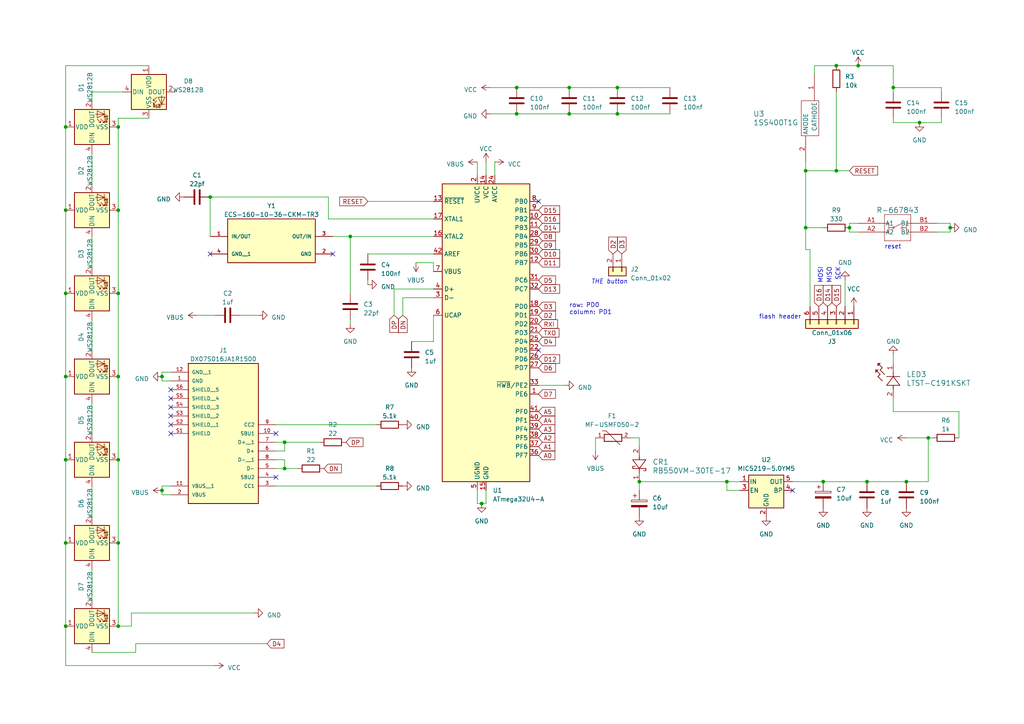
<source format=kicad_sch>
(kicad_sch (version 20230121) (generator eeschema)
  (paper "A4")
  (lib_symbols
    (symbol "2023-12-05_05-19-35:LTST-C191KSKT" (pin_names (offset 0.254))
      (property "Reference" "LED" (at 5.08 -4.445 0))
      (property "Value" "LTST-C191KSKT" (at 5.08 -7.62 0))
      (symbol "LTST-C191KSKT_1_1"
        (polyline (pts (xy 2.54 0) (xy 3.4798 0)) (stroke (width 0.2032)))
        (polyline (pts (xy 3.175 0) (xy 3.81 0)) (stroke (width 0.2032)))
        (polyline (pts (xy 3.81 -1.905) (xy 6.35 0)) (stroke (width 0.2032)))
        (polyline (pts (xy 3.81 1.905) (xy 3.81 -1.905)) (stroke (width 0.2032)))
        (polyline (pts (xy 5.08 3.175) (xy 6.35 4.445)) (stroke (width 0.2032)))
        (polyline (pts (xy 6.35 -1.905) (xy 6.35 1.905)) (stroke (width 0.2032)))
        (polyline (pts (xy 6.35 0) (xy 3.81 1.905)) (stroke (width 0.2032)))
        (polyline (pts (xy 6.35 0) (xy 7.62 0)) (stroke (width 0.2032)))
        (polyline (pts (xy 6.35 4.445) (xy 6.985 3.81)) (stroke (width 0.2032)))
        (polyline (pts (xy 6.985 2.54) (xy 8.255 3.81)) (stroke (width 0.2032)))
        (polyline (pts (xy 6.985 3.81) (xy 8.255 5.08)) (stroke (width 0.2032)))
        (polyline (pts (xy 7.62 5.08) (xy 8.255 4.445)) (stroke (width 0.2032)))
        (polyline (pts (xy 8.255 3.81) (xy 8.89 3.175)) (stroke (width 0.2032)))
        (polyline (pts (xy 8.255 4.445) (xy 8.255 5.08)) (stroke (width 0.2032)))
        (polyline (pts (xy 8.255 5.08) (xy 7.62 5.08)) (stroke (width 0.2032)))
        (polyline (pts (xy 8.89 3.175) (xy 10.16 4.445)) (stroke (width 0.2032)))
        (polyline (pts (xy 9.525 4.445) (xy 10.16 3.81)) (stroke (width 0.2032)))
        (polyline (pts (xy 10.16 3.81) (xy 10.16 4.445)) (stroke (width 0.2032)))
        (polyline (pts (xy 10.16 4.445) (xy 9.525 4.445)) (stroke (width 0.2032)))
        (pin unspecified line (at 10.16 0 180) (length 2.54) (name "") (number "1"))
        (pin unspecified line (at 0 0 0) (length 2.54) (name "") (number "2"))
      )
      (symbol "LTST-C191KSKT_1_2"
        (polyline (pts (xy -5.08 7.62) (xy -4.445 8.255)) (stroke (width 0.2032)))
        (polyline (pts (xy -5.08 8.255) (xy -5.08 7.62)) (stroke (width 0.2032)))
        (polyline (pts (xy -4.445 6.35) (xy -3.81 6.985)) (stroke (width 0.2032)))
        (polyline (pts (xy -4.445 8.255) (xy -5.08 8.255)) (stroke (width 0.2032)))
        (polyline (pts (xy -4.445 9.525) (xy -3.81 10.16)) (stroke (width 0.2032)))
        (polyline (pts (xy -4.445 10.16) (xy -4.445 9.525)) (stroke (width 0.2032)))
        (polyline (pts (xy -3.81 6.985) (xy -5.08 8.255)) (stroke (width 0.2032)))
        (polyline (pts (xy -3.81 8.255) (xy -3.175 8.89)) (stroke (width 0.2032)))
        (polyline (pts (xy -3.81 10.16) (xy -4.445 10.16)) (stroke (width 0.2032)))
        (polyline (pts (xy -3.175 5.08) (xy -4.445 6.35)) (stroke (width 0.2032)))
        (polyline (pts (xy -3.175 8.89) (xy -4.445 10.16)) (stroke (width 0.2032)))
        (polyline (pts (xy -2.54 6.985) (xy -3.81 8.255)) (stroke (width 0.2032)))
        (polyline (pts (xy -1.905 3.81) (xy 1.905 3.81)) (stroke (width 0.2032)))
        (polyline (pts (xy 0 2.54) (xy 0 3.4798)) (stroke (width 0.2032)))
        (polyline (pts (xy 0 3.175) (xy 0 3.81)) (stroke (width 0.2032)))
        (polyline (pts (xy 0 6.35) (xy -1.905 3.81)) (stroke (width 0.2032)))
        (polyline (pts (xy 0 6.35) (xy 0 7.62)) (stroke (width 0.2032)))
        (polyline (pts (xy 1.905 3.81) (xy 0 6.35)) (stroke (width 0.2032)))
        (polyline (pts (xy 1.905 6.35) (xy -1.905 6.35)) (stroke (width 0.2032)))
        (pin unspecified line (at 0 10.16 270) (length 2.54) (name "") (number "1"))
        (pin unspecified line (at 0 0 90) (length 2.54) (name "") (number "2"))
      )
    )
    (symbol "2023-12-05_05-52-42:RB550VM-30TE-17" (pin_names (offset 0.254))
      (property "Reference" "CR" (at 5.08 4.445 0))
      (property "Value" "RB550VM-30TE-17" (at 5.08 -3.81 0))
      (symbol "RB550VM-30TE-17_0_1"
        (polyline (pts (xy 2.54 0) (xy 3.4798 0)) (stroke (width 0.2032)))
        (polyline (pts (xy 3.175 0) (xy 3.81 0)) (stroke (width 0.2032)))
        (polyline (pts (xy 3.81 -1.905) (xy 6.35 0)) (stroke (width 0.2032)))
        (polyline (pts (xy 3.81 1.905) (xy 3.81 -1.905)) (stroke (width 0.2032)))
        (polyline (pts (xy 5.715 -1.905) (xy 5.715 -1.27)) (stroke (width 0.2032)))
        (polyline (pts (xy 6.35 -1.905) (xy 5.715 -1.905)) (stroke (width 0.2032)))
        (polyline (pts (xy 6.35 -1.905) (xy 6.35 1.905)) (stroke (width 0.2032)))
        (polyline (pts (xy 6.35 0) (xy 3.81 1.905)) (stroke (width 0.2032)))
        (polyline (pts (xy 6.35 0) (xy 7.62 0)) (stroke (width 0.2032)))
        (polyline (pts (xy 6.35 1.905) (xy 6.985 1.905)) (stroke (width 0.2032)))
        (polyline (pts (xy 6.985 1.905) (xy 6.985 1.27)) (stroke (width 0.2032)))
        (pin unspecified line (at 10.16 0 180) (length 2.54) (name "") (number "1"))
        (pin unspecified line (at 0 0 0) (length 2.54) (name "") (number "2"))
      )
    )
    (symbol "2023-12-05_06-41-49:R-667843" (pin_names (offset 0.254))
      (property "Reference" "SW" (at 11.43 7.62 0))
      (property "Value" "R-667843" (at 10.16 5.08 0))
      (symbol "R-667843_0_1"
        (polyline (pts (xy 7.62 -5.08) (xy 15.24 -5.08)) (stroke (width 0.127)))
        (polyline (pts (xy 7.62 0) (xy 8.89 0)) (stroke (width 0.127)))
        (polyline (pts (xy 7.62 2.54) (xy 7.62 -5.08)) (stroke (width 0.127)))
        (polyline (pts (xy 8.89 -2.54) (xy 7.62 -2.54)) (stroke (width 0.127)))
        (polyline (pts (xy 8.89 -1.27) (xy 9.906 -1.27)) (stroke (width 0.127)))
        (polyline (pts (xy 8.89 0) (xy 8.89 -2.54)) (stroke (width 0.127)))
        (polyline (pts (xy 10.16 -1.27) (xy 12.7 0)) (stroke (width 0.127)))
        (polyline (pts (xy 13.97 -2.54) (xy 15.24 -2.54)) (stroke (width 0.127)))
        (polyline (pts (xy 13.97 -1.27) (xy 12.954 -1.27)) (stroke (width 0.127)))
        (polyline (pts (xy 13.97 0) (xy 13.97 -2.54)) (stroke (width 0.127)))
        (polyline (pts (xy 15.24 -5.08) (xy 15.24 2.54)) (stroke (width 0.127)))
        (polyline (pts (xy 15.24 0) (xy 13.97 0)) (stroke (width 0.127)))
        (polyline (pts (xy 15.24 2.54) (xy 7.62 2.54)) (stroke (width 0.127)))
        (circle (center 10.16 -1.27) (radius 0.254) (stroke (width 0.127)))
        (circle (center 12.7 -1.27) (radius 0.254) (stroke (width 0.127)))
        (pin unspecified line (at 0 0 0) (length 7.62) (name "A1") (number "A1"))
        (pin unspecified line (at 0 -2.54 0) (length 7.62) (name "A2") (number "A2"))
        (pin unspecified line (at 22.86 0 180) (length 7.62) (name "B1") (number "B1"))
        (pin unspecified line (at 22.86 -2.54 180) (length 7.62) (name "B2") (number "B2"))
      )
    )
    (symbol "2023-12-15_04-45-31:1SS400T1G" (pin_names (offset 0.254))
      (property "Reference" "U?" (at 12.7 7.62 0))
      (property "Value" "1SS400T1G" (at 12.7 5.08 0))
      (symbol "1SS400T1G_0_1"
        (polyline (pts (xy 7.62 -1.27) (xy 17.78 -1.27)) (stroke (width 0.127)))
        (polyline (pts (xy 7.62 3.81) (xy 7.62 -1.27)) (stroke (width 0.127)))
        (polyline (pts (xy 17.78 -1.27) (xy 17.78 3.81)) (stroke (width 0.127)))
        (polyline (pts (xy 17.78 3.81) (xy 7.62 3.81)) (stroke (width 0.127)))
        (pin unspecified line (at 0 2.54 0) (length 7.62) (name "CATHODE") (number "1"))
        (pin unspecified line (at 25.4 0 180) (length 7.62) (name "ANODE") (number "2"))
      )
    )
    (symbol "Connector_Generic:Conn_01x02" (pin_names (offset 1.016) hide)
      (property "Reference" "J" (at 0 2.54 0))
      (property "Value" "Conn_01x02" (at 0 -5.08 0))
      (symbol "Conn_01x02_1_1"
        (rectangle (start -1.27 -2.413) (end 0 -2.667) (stroke (width 0.1524)))
        (rectangle (start -1.27 0.127) (end 0 -0.127) (stroke (width 0.1524)))
        (rectangle (start -1.27 1.27) (end 1.27 -3.81) (stroke (width 0.254)) (fill (type background)))
        (pin passive line (at -5.08 0 0) (length 3.81) (name "Pin_1") (number "1"))
        (pin passive line (at -5.08 -2.54 0) (length 3.81) (name "Pin_2") (number "2"))
      )
    )
    (symbol "Connector_Generic:Conn_01x06" (pin_names (offset 1.016) hide)
      (property "Reference" "J" (at 0 7.62 0))
      (property "Value" "Conn_01x06" (at 0 -10.16 0))
      (symbol "Conn_01x06_1_1"
        (rectangle (start -1.27 -7.493) (end 0 -7.747) (stroke (width 0.1524)))
        (rectangle (start -1.27 -4.953) (end 0 -5.207) (stroke (width 0.1524)))
        (rectangle (start -1.27 -2.413) (end 0 -2.667) (stroke (width 0.1524)))
        (rectangle (start -1.27 0.127) (end 0 -0.127) (stroke (width 0.1524)))
        (rectangle (start -1.27 2.667) (end 0 2.413) (stroke (width 0.1524)))
        (rectangle (start -1.27 5.207) (end 0 4.953) (stroke (width 0.1524)))
        (rectangle (start -1.27 6.35) (end 1.27 -8.89) (stroke (width 0.254)) (fill (type background)))
        (pin passive line (at -5.08 5.08 0) (length 3.81) (name "Pin_1") (number "1"))
        (pin passive line (at -5.08 2.54 0) (length 3.81) (name "Pin_2") (number "2"))
        (pin passive line (at -5.08 0 0) (length 3.81) (name "Pin_3") (number "3"))
        (pin passive line (at -5.08 -2.54 0) (length 3.81) (name "Pin_4") (number "4"))
        (pin passive line (at -5.08 -5.08 0) (length 3.81) (name "Pin_5") (number "5"))
        (pin passive line (at -5.08 -7.62 0) (length 3.81) (name "Pin_6") (number "6"))
      )
    )
    (symbol "DX07S016JA1R1500:DX07S016JA1R1500" (pin_names (offset 1.016))
      (property "Reference" "J" (at -10.16 11.43 0))
      (property "Value" "DX07S016JA1R1500" (at -10.16 -31.75 0))
      (symbol "DX07S016JA1R1500_0_0"
        (rectangle (start -10.16 -30.48) (end 10.16 10.16) (stroke (width 0.254)) (fill (type background)))
        (pin power_in line (at 15.24 -25.4 180) (length 5.08) (name "GND") (number "1"))
        (pin passive line (at -15.24 -10.16 0) (length 5.08) (name "SBU1") (number "10"))
        (pin power_in line (at 15.24 5.08 180) (length 5.08) (name "VBUS__1") (number "11"))
        (pin power_in line (at 15.24 -27.94 180) (length 5.08) (name "GND__1") (number "12"))
        (pin power_in line (at 15.24 7.62 180) (length 5.08) (name "VBUS") (number "2"))
        (pin passive line (at -15.24 5.08 0) (length 5.08) (name "CC1") (number "3"))
        (pin passive line (at -15.24 2.54 0) (length 5.08) (name "SBU2") (number "4"))
        (pin passive line (at -15.24 0 0) (length 5.08) (name "D-") (number "5"))
        (pin passive line (at -15.24 -5.08 0) (length 5.08) (name "D+") (number "6"))
        (pin passive line (at -15.24 -7.62 0) (length 5.08) (name "D+__1") (number "7"))
        (pin passive line (at -15.24 -2.54 0) (length 5.08) (name "D-__1") (number "8"))
        (pin passive line (at -15.24 -12.7 0) (length 5.08) (name "CC2") (number "9"))
        (pin passive line (at 15.24 -10.16 180) (length 5.08) (name "SHIELD") (number "S1"))
        (pin passive line (at 15.24 -12.7 180) (length 5.08) (name "SHIELD__1") (number "S2"))
        (pin passive line (at 15.24 -15.24 180) (length 5.08) (name "SHIELD__2") (number "S3"))
        (pin passive line (at 15.24 -17.78 180) (length 5.08) (name "SHIELD__3") (number "S4"))
        (pin passive line (at 15.24 -20.32 180) (length 5.08) (name "SHIELD__4") (number "S5"))
        (pin passive line (at 15.24 -22.86 180) (length 5.08) (name "SHIELD__5") (number "S6"))
      )
    )
    (symbol "Device:C" (pin_numbers hide) (pin_names (offset 0.254))
      (property "Reference" "C" (at 0.635 2.54 0))
      (property "Value" "C" (at 0.635 -2.54 0))
      (symbol "C_0_1"
        (polyline (pts (xy -2.032 -0.762) (xy 2.032 -0.762)) (stroke (width 0.508)))
        (polyline (pts (xy -2.032 0.762) (xy 2.032 0.762)) (stroke (width 0.508)))
      )
      (symbol "C_1_1"
        (pin passive line (at 0 3.81 270) (length 2.794) (name "~") (number "1"))
        (pin passive line (at 0 -3.81 90) (length 2.794) (name "~") (number "2"))
      )
    )
    (symbol "Device:C_Polarized" (pin_numbers hide) (pin_names (offset 0.254))
      (property "Reference" "C" (at 0.635 2.54 0))
      (property "Value" "C_Polarized" (at 0.635 -2.54 0))
      (symbol "C_Polarized_0_1"
        (rectangle (start -2.286 0.508) (end 2.286 1.016))
        (polyline (pts (xy -1.778 2.286) (xy -0.762 2.286)))
        (polyline (pts (xy -1.27 2.794) (xy -1.27 1.778)))
        (rectangle (start 2.286 -0.508) (end -2.286 -1.016) (fill (type outline)))
      )
      (symbol "C_Polarized_1_1"
        (pin passive line (at 0 3.81 270) (length 2.794) (name "~") (number "1"))
        (pin passive line (at 0 -3.81 90) (length 2.794) (name "~") (number "2"))
      )
    )
    (symbol "Device:R" (pin_numbers hide) (pin_names (offset 0))
      (property "Reference" "R" (at 2.032 0 90))
      (property "Value" "R" (at 0 0 90))
      (symbol "R_0_1"
        (rectangle (start -1.016 -2.54) (end 1.016 2.54) (stroke (width 0.254)))
      )
      (symbol "R_1_1"
        (pin passive line (at 0 3.81 270) (length 1.27) (name "~") (number "1"))
        (pin passive line (at 0 -3.81 90) (length 1.27) (name "~") (number "2"))
      )
    )
    (symbol "ECS-160-10-36-CKM-TR3:ECS-160-10-36-CKM-TR3" (pin_names (offset 1.016))
      (property "Reference" "Y?" (at 0 11.43 0))
      (property "Value" "ECS-160-10-36-CKM-TR3" (at 0 8.89 0))
      (symbol "ECS-160-10-36-CKM-TR3_0_0"
        (rectangle (start -12.7 -5.08) (end 12.7 7.62) (stroke (width 0.254)) (fill (type background)))
        (pin bidirectional line (at -17.78 2.54 0) (length 5.08) (name "IN/OUT") (number "1"))
        (pin power_in line (at 17.78 -2.54 180) (length 5.08) (name "GND") (number "2"))
        (pin bidirectional line (at 17.78 2.54 180) (length 5.08) (name "OUT/IN") (number "3"))
        (pin power_in line (at -17.78 -2.54 0) (length 5.08) (name "GND__1") (number "4"))
      )
    )
    (symbol "LED:WS2812B" (pin_names (offset 0.254))
      (property "Reference" "D" (at 5.08 5.715 0))
      (property "Value" "WS2812B" (at 1.27 -5.715 0))
      (symbol "WS2812B_0_0"
        (text "RGB" (at 2.286 -4.191 0) (effects (font (size 0.762 0.762))))
      )
      (symbol "WS2812B_0_1"
        (polyline (pts (xy 1.27 -3.556) (xy 1.778 -3.556)))
        (polyline (pts (xy 1.27 -2.54) (xy 1.778 -2.54)))
        (polyline (pts (xy 4.699 -3.556) (xy 2.667 -3.556)))
        (polyline (pts (xy 2.286 -2.54) (xy 1.27 -3.556) (xy 1.27 -3.048)))
        (polyline (pts (xy 2.286 -1.524) (xy 1.27 -2.54) (xy 1.27 -2.032)))
        (polyline (pts (xy 3.683 -1.016) (xy 3.683 -3.556) (xy 3.683 -4.064)))
        (polyline (pts (xy 4.699 -1.524) (xy 2.667 -1.524) (xy 3.683 -3.556) (xy 4.699 -1.524)))
        (rectangle (start 5.08 5.08) (end -5.08 -5.08) (stroke (width 0.254)) (fill (type background)))
      )
      (symbol "WS2812B_1_1"
        (pin power_in line (at 0 7.62 270) (length 2.54) (name "VDD") (number "1"))
        (pin output line (at 7.62 0 180) (length 2.54) (name "DOUT") (number "2"))
        (pin power_in line (at 0 -7.62 90) (length 2.54) (name "VSS") (number "3"))
        (pin input line (at -7.62 0 0) (length 2.54) (name "DIN") (number "4"))
      )
    )
    (symbol "MCU_Microchip_ATmega:ATmega32U4-A"
      (property "Reference" "U" (at -12.7 44.45 0))
      (property "Value" "ATmega32U4-A" (at 2.54 -44.45 0))
      (symbol "ATmega32U4-A_0_1"
        (rectangle (start -12.7 -43.18) (end 12.7 43.18) (stroke (width 0.254)) (fill (type background)))
      )
      (symbol "ATmega32U4-A_1_1"
        (pin bidirectional line (at 15.24 -17.78 180) (length 2.54) (name "PE6") (number "1"))
        (pin bidirectional line (at 15.24 33.02 180) (length 2.54) (name "PB2") (number "10"))
        (pin bidirectional line (at 15.24 30.48 180) (length 2.54) (name "PB3") (number "11"))
        (pin bidirectional line (at 15.24 20.32 180) (length 2.54) (name "PB7") (number "12"))
        (pin input line (at -15.24 38.1 0) (length 2.54) (name "~{RESET}") (number "13"))
        (pin power_in line (at 0 45.72 270) (length 2.54) (name "VCC") (number "14"))
        (pin power_in line (at 0 -45.72 90) (length 2.54) (name "GND") (number "15"))
        (pin output line (at -15.24 27.94 0) (length 2.54) (name "XTAL2") (number "16"))
        (pin input line (at -15.24 33.02 0) (length 2.54) (name "XTAL1") (number "17"))
        (pin bidirectional line (at 15.24 7.62 180) (length 2.54) (name "PD0") (number "18"))
        (pin bidirectional line (at 15.24 5.08 180) (length 2.54) (name "PD1") (number "19"))
        (pin power_in line (at -2.54 45.72 270) (length 2.54) (name "UVCC") (number "2"))
        (pin bidirectional line (at 15.24 2.54 180) (length 2.54) (name "PD2") (number "20"))
        (pin bidirectional line (at 15.24 0 180) (length 2.54) (name "PD3") (number "21"))
        (pin bidirectional line (at 15.24 -5.08 180) (length 2.54) (name "PD5") (number "22"))
        (pin passive line (at 0 -45.72 90) (length 2.54) hide (name "GND") (number "23"))
        (pin power_in line (at 2.54 45.72 270) (length 2.54) (name "AVCC") (number "24"))
        (pin bidirectional line (at 15.24 -2.54 180) (length 2.54) (name "PD4") (number "25"))
        (pin bidirectional line (at 15.24 -7.62 180) (length 2.54) (name "PD6") (number "26"))
        (pin bidirectional line (at 15.24 -10.16 180) (length 2.54) (name "PD7") (number "27"))
        (pin bidirectional line (at 15.24 27.94 180) (length 2.54) (name "PB4") (number "28"))
        (pin bidirectional line (at 15.24 25.4 180) (length 2.54) (name "PB5") (number "29"))
        (pin bidirectional line (at -15.24 10.16 0) (length 2.54) (name "D-") (number "3"))
        (pin bidirectional line (at 15.24 22.86 180) (length 2.54) (name "PB6") (number "30"))
        (pin bidirectional line (at 15.24 15.24 180) (length 2.54) (name "PC6") (number "31"))
        (pin bidirectional line (at 15.24 12.7 180) (length 2.54) (name "PC7") (number "32"))
        (pin bidirectional line (at 15.24 -15.24 180) (length 2.54) (name "~{HWB}/PE2") (number "33"))
        (pin passive line (at 0 45.72 270) (length 2.54) hide (name "VCC") (number "34"))
        (pin passive line (at 0 -45.72 90) (length 2.54) hide (name "GND") (number "35"))
        (pin bidirectional line (at 15.24 -35.56 180) (length 2.54) (name "PF7") (number "36"))
        (pin bidirectional line (at 15.24 -33.02 180) (length 2.54) (name "PF6") (number "37"))
        (pin bidirectional line (at 15.24 -30.48 180) (length 2.54) (name "PF5") (number "38"))
        (pin bidirectional line (at 15.24 -27.94 180) (length 2.54) (name "PF4") (number "39"))
        (pin bidirectional line (at -15.24 12.7 0) (length 2.54) (name "D+") (number "4"))
        (pin bidirectional line (at 15.24 -25.4 180) (length 2.54) (name "PF1") (number "40"))
        (pin bidirectional line (at 15.24 -22.86 180) (length 2.54) (name "PF0") (number "41"))
        (pin passive line (at -15.24 22.86 0) (length 2.54) (name "AREF") (number "42"))
        (pin passive line (at 0 -45.72 90) (length 2.54) hide (name "GND") (number "43"))
        (pin passive line (at 2.54 45.72 270) (length 2.54) hide (name "AVCC") (number "44"))
        (pin passive line (at -2.54 -45.72 90) (length 2.54) (name "UGND") (number "5"))
        (pin passive line (at -15.24 5.08 0) (length 2.54) (name "UCAP") (number "6"))
        (pin input line (at -15.24 17.78 0) (length 2.54) (name "VBUS") (number "7"))
        (pin bidirectional line (at 15.24 38.1 180) (length 2.54) (name "PB0") (number "8"))
        (pin bidirectional line (at 15.24 35.56 180) (length 2.54) (name "PB1") (number "9"))
      )
    )
    (symbol "MF-USMF050-2:MF-USMF050-2" (pin_names (offset 1.016))
      (property "Reference" "F" (at -2.54 2.54 0))
      (property "Value" "MF-USMF050-2" (at -2.54 -5.08 0))
      (symbol "MF-USMF050-2_0_0"
        (polyline (pts (xy -2.54 -1.016) (xy -2.54 1.016)) (stroke (width 0.254)))
        (polyline (pts (xy -2.54 1.016) (xy 2.54 1.016)) (stroke (width 0.254)))
        (polyline (pts (xy 2.032 -2.032) (xy -2.032 2.032)) (stroke (width 0.1524)))
        (polyline (pts (xy 2.54 -1.016) (xy -2.54 -1.016)) (stroke (width 0.254)))
        (polyline (pts (xy 2.54 1.016) (xy 2.54 -1.016)) (stroke (width 0.254)))
        (polyline (pts (xy 3.1496 -2.032) (xy 2.032 -2.032)) (stroke (width 0.1524)))
        (pin passive line (at 5.08 0 180) (length 2.54) (name "~") (number "1"))
        (pin passive line (at -5.08 0 0) (length 2.54) (name "~") (number "2"))
      )
    )
    (symbol "Regulator_Linear:MIC5219-5.0YM5" (pin_names (offset 0.254))
      (property "Reference" "U" (at -3.81 5.715 0))
      (property "Value" "MIC5219-5.0YM5" (at 0 5.715 0))
      (symbol "MIC5219-5.0YM5_0_1"
        (rectangle (start -5.08 4.445) (end 5.08 -5.08) (stroke (width 0.254)) (fill (type background)))
      )
      (symbol "MIC5219-5.0YM5_1_1"
        (pin power_in line (at -7.62 2.54 0) (length 2.54) (name "IN") (number "1"))
        (pin power_in line (at 0 -7.62 90) (length 2.54) (name "GND") (number "2"))
        (pin input line (at -7.62 0 0) (length 2.54) (name "EN") (number "3"))
        (pin input line (at 7.62 0 180) (length 2.54) (name "BP") (number "4"))
        (pin power_out line (at 7.62 2.54 180) (length 2.54) (name "OUT") (number "5"))
      )
    )
    (symbol "power:GND" (power) (pin_names (offset 0))
      (property "Value" "GND" (at 0 -3.81 0))
      (symbol "GND_0_1"
        (polyline (pts (xy 0 0) (xy 0 -1.27) (xy 1.27 -1.27) (xy 0 -2.54) (xy -1.27 -1.27) (xy 0 -1.27)))
      )
      (symbol "GND_1_1"
        (pin power_in line (at 0 0 270) (length 0) hide (name "GND") (number "1"))
      )
    )
    (symbol "power:VBUS" (power) (pin_names (offset 0))
      (property "Value" "VBUS" (at 0 3.81 0))
      (symbol "VBUS_0_1"
        (polyline (pts (xy -0.762 1.27) (xy 0 2.54)))
        (polyline (pts (xy 0 0) (xy 0 2.54)))
        (polyline (pts (xy 0 2.54) (xy 0.762 1.27)))
      )
      (symbol "VBUS_1_1"
        (pin power_in line (at 0 0 90) (length 0) hide (name "VBUS") (number "1"))
      )
    )
    (symbol "power:VCC" (power) (pin_names (offset 0))
      (property "Value" "VCC" (at 0 3.81 0))
      (symbol "VCC_0_1"
        (polyline (pts (xy -0.762 1.27) (xy 0 2.54)))
        (polyline (pts (xy 0 0) (xy 0 2.54)))
        (polyline (pts (xy 0 2.54) (xy 0.762 1.27)))
      )
      (symbol "VCC_1_1"
        (pin power_in line (at 0 0 90) (length 0) hide (name "VCC") (number "1"))
      )
    )
  )
  (junction (at 266.7 35.56))
  (junction (at 185.42 139.7))
  (junction (at 19.05 181.61))
  (junction (at 248.92 19.05))
  (junction (at 262.89 139.7))
  (junction (at 246.38 66.04))
  (junction (at 19.05 60.96))
  (junction (at 275.59 66.04))
  (junction (at 179.07 33.02))
  (junction (at 46.99 109.22))
  (junction (at 233.68 66.04))
  (junction (at 210.82 139.7))
  (junction (at 34.29 181.61))
  (junction (at 19.05 157.48))
  (junction (at 34.29 85.09))
  (junction (at 34.29 60.96))
  (junction (at 259.08 25.4))
  (junction (at 101.6 68.58))
  (junction (at 269.24 127))
  (junction (at 60.96 57.15))
  (junction (at 46.99 142.24))
  (junction (at 139.7 146.05))
  (junction (at 34.29 133.35))
  (junction (at 19.05 109.22))
  (junction (at 82.55 128.27))
  (junction (at 179.07 25.4))
  (junction (at 19.05 85.09))
  (junction (at 34.29 109.22))
  (junction (at 149.86 33.02))
  (junction (at 233.68 49.53))
  (junction (at 19.05 36.83))
  (junction (at 242.57 49.53))
  (junction (at 165.1 25.4))
  (junction (at 165.1 33.02))
  (junction (at 238.76 139.7))
  (junction (at 242.57 19.05))
  (junction (at 19.05 133.35))
  (junction (at 149.86 25.4))
  (junction (at 251.46 139.7))
  (junction (at 34.29 157.48))
  (junction (at 34.29 36.83))
  (junction (at 82.55 135.89))
  (no_connect (at 49.53 120.65))
  (no_connect (at 156.21 101.6))
  (no_connect (at 80.01 138.43))
  (no_connect (at 229.87 142.24))
  (no_connect (at 49.53 115.57))
  (no_connect (at 49.53 125.73))
  (no_connect (at 80.01 125.73))
  (no_connect (at 156.21 58.42))
  (no_connect (at 49.53 118.11))
  (no_connect (at 49.53 113.03))
  (no_connect (at 49.53 123.19))
  (no_connect (at 96.52 73.66))
  (no_connect (at 60.96 73.66))
  (wire (pts (xy 259.08 102.87) (xy 259.08 105.41)))
  (wire (pts (xy 116.84 91.44) (xy 116.84 86.36)))
  (wire (pts (xy 259.08 119.38) (xy 278.13 119.38)))
  (wire (pts (xy 101.6 85.09) (xy 101.6 68.58)))
  (wire (pts (xy 210.82 142.24) (xy 214.63 142.24)))
  (wire (pts (xy 35.56 26.67) (xy 26.67 26.67)))
  (wire (pts (xy 234.95 88.9) (xy 234.95 72.39)))
  (wire (pts (xy 179.07 33.02) (xy 194.31 33.02)))
  (wire (pts (xy 19.05 193.04) (xy 62.23 193.04)))
  (wire (pts (xy 149.86 25.4) (xy 165.1 25.4)))
  (wire (pts (xy 185.42 139.7) (xy 185.42 142.24)))
  (wire (pts (xy 165.1 33.02) (xy 179.07 33.02)))
  (wire (pts (xy 80.01 140.97) (xy 109.22 140.97)))
  (wire (pts (xy 185.42 127) (xy 182.88 127)))
  (wire (pts (xy 236.22 21.59) (xy 236.22 19.05)))
  (wire (pts (xy 38.1 181.61) (xy 34.29 181.61)))
  (wire (pts (xy 138.43 46.99) (xy 138.43 50.8)))
  (wire (pts (xy 46.99 107.95) (xy 46.99 109.22)))
  (wire (pts (xy 248.92 67.31) (xy 246.38 67.31)))
  (wire (pts (xy 34.29 36.83) (xy 34.29 60.96)))
  (wire (pts (xy 278.13 119.38) (xy 278.13 127)))
  (wire (pts (xy 19.05 109.22) (xy 19.05 133.35)))
  (wire (pts (xy 34.29 157.48) (xy 34.29 181.61)))
  (wire (pts (xy 49.53 140.97) (xy 46.99 140.97)))
  (wire (pts (xy 259.08 19.05) (xy 259.08 25.4)))
  (wire (pts (xy 259.08 34.29) (xy 259.08 35.56)))
  (wire (pts (xy 242.57 49.53) (xy 246.38 49.53)))
  (wire (pts (xy 26.67 116.84) (xy 26.67 125.73)))
  (wire (pts (xy 140.97 146.05) (xy 139.7 146.05)))
  (wire (pts (xy 26.67 165.1) (xy 26.67 173.99)))
  (wire (pts (xy 238.76 139.7) (xy 251.46 139.7)))
  (wire (pts (xy 233.68 49.53) (xy 242.57 49.53)))
  (wire (pts (xy 262.89 127) (xy 269.24 127)))
  (wire (pts (xy 242.57 19.05) (xy 248.92 19.05)))
  (wire (pts (xy 120.65 76.2) (xy 125.73 76.2)))
  (wire (pts (xy 262.89 139.7) (xy 269.24 139.7)))
  (wire (pts (xy 246.38 67.31) (xy 246.38 66.04)))
  (wire (pts (xy 34.29 34.29) (xy 34.29 36.83)))
  (wire (pts (xy 234.95 72.39) (xy 233.68 72.39)))
  (wire (pts (xy 80.01 135.89) (xy 82.55 135.89)))
  (wire (pts (xy 140.97 46.99) (xy 140.97 50.8)))
  (wire (pts (xy 19.05 60.96) (xy 19.05 85.09)))
  (wire (pts (xy 26.67 140.97) (xy 26.67 149.86)))
  (wire (pts (xy 43.18 34.29) (xy 34.29 34.29)))
  (wire (pts (xy 82.55 135.89) (xy 82.55 133.35)))
  (wire (pts (xy 80.01 130.81) (xy 82.55 130.81)))
  (wire (pts (xy 38.1 177.8) (xy 73.66 177.8)))
  (wire (pts (xy 46.99 110.49) (xy 46.99 109.22)))
  (wire (pts (xy 43.18 19.05) (xy 19.05 19.05)))
  (wire (pts (xy 269.24 127) (xy 270.51 127)))
  (wire (pts (xy 46.99 143.51) (xy 46.99 142.24)))
  (wire (pts (xy 34.29 85.09) (xy 34.29 109.22)))
  (wire (pts (xy 34.29 109.22) (xy 34.29 133.35)))
  (wire (pts (xy 95.25 63.5) (xy 95.25 57.15)))
  (wire (pts (xy 179.07 25.4) (xy 194.31 25.4)))
  (wire (pts (xy 165.1 25.4) (xy 179.07 25.4)))
  (wire (pts (xy 273.05 26.67) (xy 273.05 25.4)))
  (wire (pts (xy 259.08 25.4) (xy 259.08 26.67)))
  (wire (pts (xy 46.99 140.97) (xy 46.99 142.24)))
  (wire (pts (xy 248.92 64.77) (xy 246.38 64.77)))
  (wire (pts (xy 39.37 189.23) (xy 26.67 189.23)))
  (wire (pts (xy 185.42 129.54) (xy 185.42 127)))
  (wire (pts (xy 26.67 44.45) (xy 26.67 53.34)))
  (wire (pts (xy 142.24 25.4) (xy 149.86 25.4)))
  (wire (pts (xy 246.38 64.77) (xy 246.38 66.04)))
  (wire (pts (xy 49.53 110.49) (xy 46.99 110.49)))
  (wire (pts (xy 251.46 139.7) (xy 262.89 139.7)))
  (wire (pts (xy 275.59 67.31) (xy 275.59 66.04)))
  (wire (pts (xy 271.78 67.31) (xy 275.59 67.31)))
  (wire (pts (xy 34.29 60.96) (xy 34.29 85.09)))
  (wire (pts (xy 49.53 107.95) (xy 46.99 107.95)))
  (wire (pts (xy 38.1 177.8) (xy 38.1 181.61)))
  (wire (pts (xy 57.15 91.44) (xy 62.23 91.44)))
  (wire (pts (xy 119.38 99.06) (xy 125.73 99.06)))
  (wire (pts (xy 125.73 78.74) (xy 125.73 76.2)))
  (wire (pts (xy 82.55 130.81) (xy 82.55 128.27)))
  (wire (pts (xy 138.43 146.05) (xy 139.7 146.05)))
  (wire (pts (xy 138.43 142.24) (xy 138.43 146.05)))
  (wire (pts (xy 210.82 139.7) (xy 214.63 139.7)))
  (wire (pts (xy 69.85 91.44) (xy 74.93 91.44)))
  (wire (pts (xy 82.55 128.27) (xy 92.71 128.27)))
  (wire (pts (xy 149.86 33.02) (xy 165.1 33.02)))
  (wire (pts (xy 273.05 34.29) (xy 273.05 35.56)))
  (wire (pts (xy 259.08 115.57) (xy 259.08 119.38)))
  (wire (pts (xy 143.51 46.99) (xy 143.51 50.8)))
  (wire (pts (xy 19.05 36.83) (xy 19.05 60.96)))
  (wire (pts (xy 19.05 85.09) (xy 19.05 109.22)))
  (wire (pts (xy 39.37 186.69) (xy 39.37 189.23)))
  (wire (pts (xy 114.3 83.82) (xy 125.73 83.82)))
  (wire (pts (xy 233.68 49.53) (xy 233.68 66.04)))
  (wire (pts (xy 77.47 186.69) (xy 39.37 186.69)))
  (wire (pts (xy 236.22 19.05) (xy 242.57 19.05)))
  (wire (pts (xy 106.68 82.55) (xy 106.68 81.28)))
  (wire (pts (xy 233.68 46.99) (xy 233.68 49.53)))
  (wire (pts (xy 172.72 130.81) (xy 172.72 127)))
  (wire (pts (xy 248.92 19.05) (xy 259.08 19.05)))
  (wire (pts (xy 96.52 68.58) (xy 101.6 68.58)))
  (wire (pts (xy 19.05 157.48) (xy 19.05 181.61)))
  (wire (pts (xy 210.82 139.7) (xy 210.82 142.24)))
  (wire (pts (xy 142.24 33.02) (xy 149.86 33.02)))
  (wire (pts (xy 116.84 86.36) (xy 125.73 86.36)))
  (wire (pts (xy 269.24 127) (xy 269.24 139.7)))
  (wire (pts (xy 125.73 63.5) (xy 95.25 63.5)))
  (wire (pts (xy 26.67 26.67) (xy 26.67 29.21)))
  (wire (pts (xy 245.11 88.9) (xy 245.11 81.28)))
  (wire (pts (xy 156.21 111.76) (xy 163.83 111.76)))
  (wire (pts (xy 101.6 68.58) (xy 125.73 68.58)))
  (wire (pts (xy 259.08 35.56) (xy 266.7 35.56)))
  (wire (pts (xy 80.01 123.19) (xy 109.22 123.19)))
  (wire (pts (xy 101.6 93.98) (xy 101.6 92.71)))
  (wire (pts (xy 95.25 57.15) (xy 60.96 57.15)))
  (wire (pts (xy 60.96 57.15) (xy 60.96 68.58)))
  (wire (pts (xy 273.05 35.56) (xy 266.7 35.56)))
  (wire (pts (xy 19.05 181.61) (xy 19.05 193.04)))
  (wire (pts (xy 82.55 135.89) (xy 86.36 135.89)))
  (wire (pts (xy 80.01 133.35) (xy 82.55 133.35)))
  (wire (pts (xy 34.29 133.35) (xy 34.29 157.48)))
  (wire (pts (xy 229.87 139.7) (xy 238.76 139.7)))
  (wire (pts (xy 275.59 64.77) (xy 275.59 66.04)))
  (wire (pts (xy 106.68 58.42) (xy 125.73 58.42)))
  (wire (pts (xy 140.97 142.24) (xy 140.97 146.05)))
  (wire (pts (xy 273.05 25.4) (xy 259.08 25.4)))
  (wire (pts (xy 26.67 92.71) (xy 26.67 101.6)))
  (wire (pts (xy 114.3 91.44) (xy 114.3 83.82)))
  (wire (pts (xy 238.76 66.04) (xy 233.68 66.04)))
  (wire (pts (xy 271.78 64.77) (xy 275.59 64.77)))
  (wire (pts (xy 26.67 68.58) (xy 26.67 77.47)))
  (wire (pts (xy 49.53 143.51) (xy 46.99 143.51)))
  (wire (pts (xy 106.68 73.66) (xy 125.73 73.66)))
  (wire (pts (xy 80.01 128.27) (xy 82.55 128.27)))
  (wire (pts (xy 125.73 99.06) (xy 125.73 91.44)))
  (wire (pts (xy 185.42 139.7) (xy 210.82 139.7)))
  (wire (pts (xy 233.68 72.39) (xy 233.68 66.04)))
  (wire (pts (xy 19.05 133.35) (xy 19.05 157.48)))
  (wire (pts (xy 19.05 19.05) (xy 19.05 36.83)))
  (wire (pts (xy 242.57 26.67) (xy 242.57 49.53)))
  (text "MOSI" (at 238.76 77.47 90) (effects (font (size 1.27 1.27)) (justify right bottom)))
  (text "THE button" (at 171.45 82.55 0) (effects (font (size 1.27 1.27) italic) (justify left bottom)))
  (text "MISO" (at 241.3 77.47 90) (effects (font (size 1.27 1.27)) (justify right bottom)))
  (text "flash header" (at 232.41 92.71 0) (effects (font (size 1.27 1.27)) (justify right bottom)))
  (text "reset" (at 256.54 72.39 0) (effects (font (size 1.27 1.27)) (justify left bottom)))
  (text "SCK" (at 243.84 77.47 90) (effects (font (size 1.27 1.27)) (justify right bottom)))
  (text "row: PD0\ncolumn: PD1" (at 165.1 91.44 0) (effects (font (size 1.27 1.27)) (justify left bottom)))
  (global_label "TXO" (shape input) (at 156.21 96.52 0) (property "Intersheetrefs" "${INTERSHEET_REFS}" (effects hide)))
  (global_label "D3" (shape input) (at 180.34 73.66 90) (property "Intersheetrefs" "${INTERSHEET_REFS}" (effects hide)))
  (global_label "DN" (shape input) (at 116.84 91.44 270) (property "Intersheetrefs" "${INTERSHEET_REFS}" (effects hide)))
  (global_label "A1" (shape input) (at 156.21 129.54 0) (property "Intersheetrefs" "${INTERSHEET_REFS}" (effects hide)))
  (global_label "D5" (shape input) (at 156.21 81.28 0) (property "Intersheetrefs" "${INTERSHEET_REFS}" (effects hide)))
  (global_label "A2" (shape input) (at 156.21 127 0) (property "Intersheetrefs" "${INTERSHEET_REFS}" (effects hide)))
  (global_label "D14" (shape input) (at 240.03 88.9 90) (property "Intersheetrefs" "${INTERSHEET_REFS}" (effects hide)))
  (global_label "D10" (shape input) (at 156.21 73.66 0) (property "Intersheetrefs" "${INTERSHEET_REFS}" (effects hide)))
  (global_label "D12" (shape input) (at 156.21 104.14 0) (property "Intersheetrefs" "${INTERSHEET_REFS}" (effects hide)))
  (global_label "A0" (shape input) (at 156.21 132.08 0) (property "Intersheetrefs" "${INTERSHEET_REFS}" (effects hide)))
  (global_label "D15" (shape input) (at 156.21 60.96 0) (property "Intersheetrefs" "${INTERSHEET_REFS}" (effects hide)))
  (global_label "D9" (shape input) (at 156.21 71.12 0) (property "Intersheetrefs" "${INTERSHEET_REFS}" (effects hide)))
  (global_label "D13" (shape input) (at 156.21 83.82 0) (property "Intersheetrefs" "${INTERSHEET_REFS}" (effects hide)))
  (global_label "D14" (shape input) (at 156.21 66.04 0) (property "Intersheetrefs" "${INTERSHEET_REFS}" (effects hide)))
  (global_label "D8" (shape input) (at 156.21 68.58 0) (property "Intersheetrefs" "${INTERSHEET_REFS}" (effects hide)))
  (global_label "D7" (shape input) (at 156.21 114.3 0) (property "Intersheetrefs" "${INTERSHEET_REFS}" (effects hide)))
  (global_label "A4" (shape input) (at 156.21 121.92 0) (property "Intersheetrefs" "${INTERSHEET_REFS}" (effects hide)))
  (global_label "A5" (shape input) (at 156.21 119.38 0) (property "Intersheetrefs" "${INTERSHEET_REFS}" (effects hide)))
  (global_label "A3" (shape input) (at 156.21 124.46 0) (property "Intersheetrefs" "${INTERSHEET_REFS}" (effects hide)))
  (global_label "D3" (shape input) (at 156.21 88.9 0) (property "Intersheetrefs" "${INTERSHEET_REFS}" (effects hide)))
  (global_label "D16" (shape input) (at 237.49 88.9 90) (property "Intersheetrefs" "${INTERSHEET_REFS}" (effects hide)))
  (global_label "D4" (shape input) (at 77.47 186.69 0) (property "Intersheetrefs" "${INTERSHEET_REFS}" (effects hide)))
  (global_label "RESET" (shape input) (at 246.38 49.53 0) (property "Intersheetrefs" "${INTERSHEET_REFS}" (effects hide)))
  (global_label "D16" (shape input) (at 156.21 63.5 0) (property "Intersheetrefs" "${INTERSHEET_REFS}" (effects hide)))
  (global_label "DP" (shape input) (at 114.3 91.44 270) (property "Intersheetrefs" "${INTERSHEET_REFS}" (effects hide)))
  (global_label "DN" (shape input) (at 93.98 135.89 0) (property "Intersheetrefs" "${INTERSHEET_REFS}" (effects hide)))
  (global_label "D2" (shape input) (at 177.8 73.66 90) (property "Intersheetrefs" "${INTERSHEET_REFS}" (effects hide)))
  (global_label "D11" (shape input) (at 156.21 76.2 0) (property "Intersheetrefs" "${INTERSHEET_REFS}" (effects hide)))
  (global_label "D2" (shape input) (at 156.21 91.44 0) (property "Intersheetrefs" "${INTERSHEET_REFS}" (effects hide)))
  (global_label "D15" (shape input) (at 242.57 88.9 90) (property "Intersheetrefs" "${INTERSHEET_REFS}" (effects hide)))
  (global_label "DP" (shape input) (at 100.33 128.27 0) (property "Intersheetrefs" "${INTERSHEET_REFS}" (effects hide)))
  (global_label "D6" (shape input) (at 156.21 106.68 0) (property "Intersheetrefs" "${INTERSHEET_REFS}" (effects hide)))
  (global_label "RESET" (shape input) (at 106.68 58.42 180) (property "Intersheetrefs" "${INTERSHEET_REFS}" (effects hide)))
  (global_label "RXI" (shape input) (at 156.21 93.98 0) (property "Intersheetrefs" "${INTERSHEET_REFS}" (effects hide)))
  (global_label "D4" (shape input) (at 156.21 99.06 0) (property "Intersheetrefs" "${INTERSHEET_REFS}" (effects hide)))
  (symbol (lib_id "Connector_Generic:Conn_01x02") (at 180.34 78.74 270) (unit 1)
    (property "Reference" "J2" (at 182.88 78.105 90) (effects (justify left)))
    (property "Value" "Conn_01x02" (at 182.88 80.645 90) (effects (justify left)))
    (property "Footprint" "keyswitches:Kailh_socket_MX" (effects hide))
  )
  (symbol (lib_id "Device:C") (at 149.86 29.21 0) (unit 1)
    (property "Reference" "C10" (at 153.67 28.575 0) (effects (justify left)))
    (property "Value" "100nf" (at 153.67 31.115 0) (effects (justify left)))
    (property "Footprint" "Capacitor_SMD:C_0805_2012Metric" (effects hide))
  )
  (symbol (lib_id "power:VBUS") (at 57.15 91.44 90) (unit 1)
    (property "Reference" "#PWR024" (effects hide))
    (property "Value" "VBUS" (at 53.34 92.075 90) (effects (justify left)))
  )
  (symbol (lib_id "LED:WS2812B") (at 26.67 181.61 90) (unit 1)
    (property "Reference" "D7" (at 23.5459 170.18 0))
    (property "Value" "WS2812B" (at 26.0859 170.18 0))
    (property "Footprint" "LED_SMD:LED_WS2812B_PLCC4_5.0x5.0mm_P3.2mm" (effects hide))
    (property "Datasheet" "https://cdn-shop.adafruit.com/datasheets/WS2812B.pdf" (effects hide))
  )
  (symbol (lib_id "power:GND") (at 142.24 33.02 270) (unit 1)
    (property "Reference" "#PWR035" (effects hide))
    (property "Value" "GND" (at 138.43 33.655 90) (effects (justify right)))
  )
  (symbol (lib_id "power:VCC") (at 143.51 46.99 270) (unit 1)
    (property "Reference" "#PWR09" (effects hide))
    (property "Value" "VCC" (at 147.32 47.625 90) (effects (justify left)))
  )
  (symbol (lib_id "Device:R") (at 113.03 140.97 90) (unit 1)
    (property "Reference" "R8" (at 113.03 135.89 90))
    (property "Value" "5.1k" (at 113.03 138.43 90))
    (property "Footprint" "Resistor_SMD:R_0805_2012Metric" (effects hide))
  )
  (symbol (lib_id "2023-12-05_05-52-42:RB550VM-30TE-17") (at 185.42 129.54 270) (unit 1)
    (property "Reference" "CR1" (at 189.23 133.985 90) (effects (font (size 1.524 1.524)) (justify left)))
    (property "Value" "RB550VM-30TE-17" (at 189.23 136.525 90) (effects (font (size 1.524 1.524)) (justify left)))
    (property "Footprint" "2023-12-05_05-52-42:SDO_RB550VM-30TE-17_ROM" (effects hide))
    (property "Datasheet" "RB550VM-30TE-17" (effects hide))
  )
  (symbol (lib_id "LED:WS2812B") (at 26.67 157.48 90) (unit 1)
    (property "Reference" "D6" (at 23.5459 146.05 0))
    (property "Value" "WS2812B" (at 26.0859 146.05 0))
    (property "Footprint" "LED_SMD:LED_WS2812B_PLCC4_5.0x5.0mm_P3.2mm" (effects hide))
    (property "Datasheet" "https://cdn-shop.adafruit.com/datasheets/WS2812B.pdf" (effects hide))
  )
  (symbol (lib_id "MCU_Microchip_ATmega:ATmega32U4-A") (at 140.97 96.52 0) (unit 1)
    (property "Reference" "U1" (at 142.9259 142.24 0) (effects (justify left)))
    (property "Value" "ATmega32U4-A" (at 142.9259 144.78 0) (effects (justify left)))
    (property "Footprint" "Package_QFP:TQFP-44_10x10mm_P0.8mm" (effects hide))
    (property "Datasheet" "http://ww1.microchip.com/downloads/en/DeviceDoc/Atmel-7766-8-bit-AVR-ATmega16U4-32U4_Datasheet.pdf" (effects hide))
  )
  (symbol (lib_id "Regulator_Linear:MIC5219-5.0YM5") (at 222.25 142.24 0) (unit 1)
    (property "Reference" "U2" (at 222.25 133.35 0))
    (property "Value" "MIC5219-5.0YM5" (at 222.25 135.89 0))
    (property "Footprint" "Package_TO_SOT_SMD:SOT-23-5" (effects hide))
    (property "Datasheet" "http://ww1.microchip.com/downloads/en/DeviceDoc/MIC5219-500mA-Peak-Output-LDO-Regulator-DS20006021A.pdf" (effects hide))
  )
  (symbol (lib_id "power:GND") (at 185.42 149.86 0) (unit 1)
    (property "Reference" "#PWR018" (effects hide))
    (property "Value" "GND" (at 185.42 154.94 0))
  )
  (symbol (lib_id "power:GND") (at 275.59 66.04 90) (unit 1)
    (property "Reference" "#PWR028" (effects hide))
    (property "Value" "GND" (at 279.4 66.675 90) (effects (justify right)))
  )
  (symbol (lib_id "power:VCC") (at 248.92 19.05 0) (unit 1)
    (property "Reference" "#PWR03" (effects hide))
    (property "Value" "VCC" (at 248.92 15.24 0))
  )
  (symbol (lib_id "power:GND") (at 116.84 140.97 90) (unit 1)
    (property "Reference" "#PWR034" (effects hide))
    (property "Value" "GND" (at 120.65 141.605 90) (effects (justify right)))
  )
  (symbol (lib_id "power:VCC") (at 142.24 25.4 90) (unit 1)
    (property "Reference" "#PWR036" (effects hide))
    (property "Value" "VCC" (at 138.43 26.035 90) (effects (justify left)))
  )
  (symbol (lib_id "power:GND") (at 101.6 93.98 0) (unit 1)
    (property "Reference" "#PWR01" (effects hide))
    (property "Value" "GND" (at 101.6 99.06 0))
  )
  (symbol (lib_id "LED:WS2812B") (at 26.67 109.22 90) (unit 1)
    (property "Reference" "D4" (at 23.5459 97.79 0))
    (property "Value" "WS2812B" (at 26.0859 97.79 0))
    (property "Footprint" "LED_SMD:LED_WS2812B_PLCC4_5.0x5.0mm_P3.2mm" (effects hide))
    (property "Datasheet" "https://cdn-shop.adafruit.com/datasheets/WS2812B.pdf" (effects hide))
  )
  (symbol (lib_id "2023-12-05_06-41-49:R-667843") (at 248.92 64.77 0) (unit 1)
    (property "Reference" "SW1" (effects hide))
    (property "Value" "R-667843" (at 260.35 60.96 0) (effects (font (size 1.524 1.524))))
    (property "Footprint" "R_667843:R-667843_MIT" (effects hide))
    (property "Datasheet" "R-667843" (effects hide))
  )
  (symbol (lib_id "Device:C_Polarized") (at 185.42 146.05 0) (unit 1)
    (property "Reference" "C6" (at 189.23 144.526 0) (effects (justify left)))
    (property "Value" "10uf" (at 189.23 147.066 0) (effects (justify left)))
    (property "Footprint" "Capacitor_Tantalum_SMD:CP_EIA-3528-15_AVX-H_Pad1.50x2.35mm_HandSolder" (effects hide))
  )
  (symbol (lib_id "DX07S016JA1R1500:DX07S016JA1R1500") (at 64.77 135.89 180) (unit 1)
    (property "Reference" "J1" (at 64.77 101.6 0))
    (property "Value" "DX07S016JA1R1500" (at 64.77 104.14 0))
    (property "Footprint" "DX07S016JA1R1500:JAE_DX07S016JA1R1500" (effects hide))
    (property "PARTREV" "1" (effects hide))
    (property "MANUFACTURER" "JAE Industry Ltd." (effects hide))
    (property "MAXIMUM_PACKAGE_HEIGHT" "3.31 mm" (effects hide))
    (property "STANDARD" "Manufacturer Recommendations" (effects hide))
  )
  (symbol (lib_id "Device:C") (at 165.1 29.21 0) (unit 1)
    (property "Reference" "C11" (at 168.91 28.575 0) (effects (justify left)))
    (property "Value" "100nf" (at 168.91 31.115 0) (effects (justify left)))
    (property "Footprint" "Capacitor_SMD:C_0805_2012Metric" (effects hide))
  )
  (symbol (lib_id "Device:C") (at 262.89 143.51 0) (unit 1)
    (property "Reference" "C9" (at 266.7 142.875 0) (effects (justify left)))
    (property "Value" "100nf" (at 266.7 145.415 0) (effects (justify left)))
    (property "Footprint" "Capacitor_SMD:C_0805_2012Metric" (effects hide))
  )
  (symbol (lib_id "Device:R") (at 90.17 135.89 270) (unit 1)
    (property "Reference" "R1" (at 90.17 130.81 90))
    (property "Value" "22" (at 90.17 133.35 90))
    (property "Footprint" "Resistor_SMD:R_0805_2012Metric" (effects hide))
  )
  (symbol (lib_id "power:VCC") (at 262.89 127 90) (unit 1)
    (property "Reference" "#PWR022" (effects hide))
    (property "Value" "VCC" (at 259.08 127.635 90) (effects (justify left)))
  )
  (symbol (lib_id "Device:C") (at 57.15 57.15 90) (unit 1)
    (property "Reference" "C1" (at 57.15 50.8 90))
    (property "Value" "22pf" (at 57.15 53.34 90))
    (property "Footprint" "Capacitor_SMD:C_0805_2012Metric" (effects hide))
  )
  (symbol (lib_id "power:GND") (at 251.46 147.32 0) (unit 1)
    (property "Reference" "#PWR020" (effects hide))
    (property "Value" "GND" (at 251.46 152.4 0))
  )
  (symbol (lib_id "power:GND") (at 106.68 82.55 90) (unit 1)
    (property "Reference" "#PWR08" (effects hide))
    (property "Value" "GND" (at 110.49 83.185 90) (effects (justify right)))
  )
  (symbol (lib_id "power:GND") (at 74.93 91.44 90) (unit 1)
    (property "Reference" "#PWR025" (effects hide))
    (property "Value" "GND" (at 78.74 92.075 90) (effects (justify right)))
  )
  (symbol (lib_id "power:GND") (at 53.34 57.15 270) (unit 1)
    (property "Reference" "#PWR02" (effects hide))
    (property "Value" "GND" (at 49.53 57.785 90) (effects (justify right)))
  )
  (symbol (lib_id "LED:WS2812B") (at 43.18 26.67 0) (unit 1)
    (property "Reference" "D8" (at 54.61 23.5459 0))
    (property "Value" "WS2812B" (at 54.61 26.0859 0))
    (property "Footprint" "LED_SMD:LED_WS2812B_PLCC4_5.0x5.0mm_P3.2mm" (effects hide))
    (property "Datasheet" "https://cdn-shop.adafruit.com/datasheets/WS2812B.pdf" (effects hide))
  )
  (symbol (lib_id "Device:C") (at 119.38 102.87 180) (unit 1)
    (property "Reference" "C5" (at 123.19 102.235 0) (effects (justify right)))
    (property "Value" "1uf" (at 123.19 104.775 0) (effects (justify right)))
    (property "Footprint" "Capacitor_SMD:C_0805_2012Metric" (effects hide))
  )
  (symbol (lib_id "Device:C_Polarized") (at 238.76 143.51 0) (unit 1)
    (property "Reference" "C7" (at 242.57 141.986 0) (effects (justify left)))
    (property "Value" "10uf" (at 242.57 144.526 0) (effects (justify left)))
    (property "Footprint" "Capacitor_Tantalum_SMD:CP_EIA-3528-15_AVX-H_Pad1.50x2.35mm_HandSolder" (effects hide))
  )
  (symbol (lib_id "power:VBUS") (at 46.99 142.24 90) (unit 1)
    (property "Reference" "#PWR015" (effects hide))
    (property "Value" "VBUS" (at 43.18 142.875 90) (effects (justify left)))
  )
  (symbol (lib_id "power:VCC") (at 62.23 193.04 270) (unit 1)
    (property "Reference" "#PWR031" (effects hide))
    (property "Value" "VCC" (at 66.04 193.675 90) (effects (justify left)))
  )
  (symbol (lib_id "2023-12-05_05-19-35:LTST-C191KSKT") (at 259.08 115.57 90) (unit 1)
    (property "Reference" "LED3" (at 262.89 108.585 90) (effects (font (size 1.524 1.524)) (justify right)))
    (property "Value" "LTST-C191KSKT" (at 262.89 111.125 90) (effects (font (size 1.524 1.524)) (justify right)))
    (property "Footprint" "footprints:LED_LTST-C191KRKT_LTO" (effects hide))
    (property "Datasheet" "LTST-C191KSKT" (effects hide))
  )
  (symbol (lib_id "power:VCC") (at 140.97 46.99 0) (unit 1)
    (property "Reference" "#PWR05" (effects hide))
    (property "Value" "VCC" (at 140.97 43.18 0))
  )
  (symbol (lib_id "2023-12-15_04-45-31:1SS400T1G") (at 233.68 21.59 270) (unit 1)
    (property "Reference" "U3" (at 218.44 33.02 90) (effects (font (size 1.524 1.524)) (justify left)))
    (property "Value" "1SS400T1G" (at 218.44 35.56 90) (effects (font (size 1.524 1.524)) (justify left)))
    (property "Footprint" "Diode_SMD:D_SOD-523" (effects hide))
    (property "Datasheet" "1SS400T1G" (effects hide))
  )
  (symbol (lib_id "power:GND") (at 262.89 147.32 0) (unit 1)
    (property "Reference" "#PWR021" (effects hide))
    (property "Value" "GND" (at 262.89 152.4 0))
  )
  (symbol (lib_id "power:GND") (at 73.66 177.8 90) (unit 1)
    (property "Reference" "#PWR030" (effects hide))
    (property "Value" "GND" (at 77.47 178.435 90) (effects (justify right)))
  )
  (symbol (lib_id "power:GND") (at 119.38 106.68 0) (unit 1)
    (property "Reference" "#PWR07" (effects hide))
    (property "Value" "GND" (at 119.38 111.76 0))
  )
  (symbol (lib_id "Device:R") (at 242.57 66.04 90) (unit 1)
    (property "Reference" "R9" (at 242.57 60.96 90))
    (property "Value" "330" (at 242.57 63.5 90))
    (property "Footprint" "Resistor_SMD:R_0805_2012Metric" (effects hide))
  )
  (symbol (lib_id "power:GND") (at 238.76 147.32 0) (unit 1)
    (property "Reference" "#PWR019" (effects hide))
    (property "Value" "GND" (at 238.76 152.4 0))
  )
  (symbol (lib_id "ECS-160-10-36-CKM-TR3:ECS-160-10-36-CKM-TR3") (at 78.74 71.12 0) (unit 1)
    (property "Reference" "Y1" (at 78.74 59.69 0))
    (property "Value" "ECS-160-10-36-CKM-TR3" (at 78.74 62.23 0))
    (property "Footprint" "ECS-160-10-36-CKM-TR3:XTAL_ECS-160-10-36-CKM-TR3" (effects hide))
    (property "MF" "ECS INC" (effects hide))
    (property "DESCRIPTION" "The minature ECX-2236 is a compact SMD Crystal. The industry standard 2.5 x 2.0 x 0.55 mm ceramic package is ideal for today’s SMD manufacturing environment." (effects hide))
    (property "PACKAGE" "SMD-4 ECX" (effects hide))
    (property "STANDARD" "Manufacturer Recommendation" (effects hide))
    (property "PARTREV" "2017" (effects hide))
    (property "MP" "ECX-2236" (effects hide))
    (property "AVAILABILITY" "Good" (effects hide))
  )
  (symbol (lib_id "Device:C") (at 179.07 29.21 0) (unit 1)
    (property "Reference" "C12" (at 182.88 28.575 0) (effects (justify left)))
    (property "Value" "100nf" (at 182.88 31.115 0) (effects (justify left)))
    (property "Footprint" "Capacitor_SMD:C_0805_2012Metric" (effects hide))
  )
  (symbol (lib_id "LED:WS2812B") (at 26.67 36.83 90) (unit 1)
    (property "Reference" "D1" (at 23.5459 25.4 0))
    (property "Value" "WS2812B" (at 26.0859 25.4 0))
    (property "Footprint" "LED_SMD:LED_WS2812B_PLCC4_5.0x5.0mm_P3.2mm" (effects hide))
    (property "Datasheet" "https://cdn-shop.adafruit.com/datasheets/WS2812B.pdf" (effects hide))
  )
  (symbol (lib_id "Device:R") (at 96.52 128.27 90) (unit 1)
    (property "Reference" "R2" (at 96.52 123.19 90))
    (property "Value" "22" (at 96.52 125.73 90))
    (property "Footprint" "Resistor_SMD:R_0805_2012Metric" (effects hide))
  )
  (symbol (lib_id "Device:C") (at 101.6 88.9 180) (unit 1)
    (property "Reference" "C3" (at 105.41 88.265 0) (effects (justify right)))
    (property "Value" "22pf" (at 105.41 90.805 0) (effects (justify right)))
    (property "Footprint" "Capacitor_SMD:C_0805_2012Metric" (effects hide))
  )
  (symbol (lib_id "Device:R") (at 274.32 127 90) (unit 1)
    (property "Reference" "R6" (at 274.32 121.92 90))
    (property "Value" "1k" (at 274.32 124.46 90))
    (property "Footprint" "Resistor_SMD:R_0805_2012Metric" (effects hide))
  )
  (symbol (lib_id "Device:C") (at 66.04 91.44 90) (unit 1)
    (property "Reference" "C2" (at 66.04 85.09 90))
    (property "Value" "1uf" (at 66.04 87.63 90))
    (property "Footprint" "Capacitor_SMD:C_0805_2012Metric" (effects hide))
  )
  (symbol (lib_id "power:GND") (at 46.99 109.22 270) (unit 1)
    (property "Reference" "#PWR014" (effects hide))
    (property "Value" "GND" (at 43.18 109.855 90) (effects (justify right)))
  )
  (symbol (lib_id "power:GND") (at 245.11 81.28 180) (unit 1)
    (property "Reference" "#PWR027" (effects hide))
    (property "Value" "GND" (at 245.11 76.2 0))
  )
  (symbol (lib_id "LED:WS2812B") (at 26.67 133.35 90) (unit 1)
    (property "Reference" "D5" (at 23.5459 121.92 0))
    (property "Value" "WS2812B" (at 26.0859 121.92 0))
    (property "Footprint" "LED_SMD:LED_WS2812B_PLCC4_5.0x5.0mm_P3.2mm" (effects hide))
    (property "Datasheet" "https://cdn-shop.adafruit.com/datasheets/WS2812B.pdf" (effects hide))
  )
  (symbol (lib_id "LED:WS2812B") (at 26.67 85.09 90) (unit 1)
    (property "Reference" "D3" (at 23.5459 73.66 0))
    (property "Value" "WS2812B" (at 26.0859 73.66 0))
    (property "Footprint" "LED_SMD:LED_WS2812B_PLCC4_5.0x5.0mm_P3.2mm" (effects hide))
    (property "Datasheet" "https://cdn-shop.adafruit.com/datasheets/WS2812B.pdf" (effects hide))
  )
  (symbol (lib_id "Device:C") (at 251.46 143.51 0) (unit 1)
    (property "Reference" "C8" (at 255.27 142.875 0) (effects (justify left)))
    (property "Value" "1uf" (at 255.27 145.415 0) (effects (justify left)))
    (property "Footprint" "Capacitor_SMD:C_0805_2012Metric" (effects hide))
  )
  (symbol (lib_id "power:VCC") (at 247.65 88.9 0) (unit 1)
    (property "Reference" "#PWR026" (effects hide))
    (property "Value" "VCC" (at 247.65 83.82 0))
  )
  (symbol (lib_id "Device:R") (at 242.57 22.86 0) (unit 1)
    (property "Reference" "R3" (at 245.11 22.225 0) (effects (justify left)))
    (property "Value" "10k" (at 245.11 24.765 0) (effects (justify left)))
    (property "Footprint" "Resistor_SMD:R_0805_2012Metric" (effects hide))
  )
  (symbol (lib_id "power:GND") (at 222.25 149.86 0) (unit 1)
    (property "Reference" "#PWR016" (effects hide))
    (property "Value" "GND" (at 222.25 154.94 0))
  )
  (symbol (lib_id "Device:R") (at 113.03 123.19 90) (unit 1)
    (property "Reference" "R7" (at 113.03 118.11 90))
    (property "Value" "5.1k" (at 113.03 120.65 90))
    (property "Footprint" "Resistor_SMD:R_0805_2012Metric" (effects hide))
  )
  (symbol (lib_id "power:VBUS") (at 138.43 46.99 90) (unit 1)
    (property "Reference" "#PWR06" (effects hide))
    (property "Value" "VBUS" (at 134.62 47.625 90) (effects (justify left)))
  )
  (symbol (lib_id "Device:C") (at 273.05 30.48 0) (unit 1)
    (property "Reference" "C15" (at 276.86 29.845 0) (effects (justify left)))
    (property "Value" "100nf" (at 276.86 32.385 0) (effects (justify left)))
    (property "Footprint" "Capacitor_SMD:C_0805_2012Metric" (effects hide))
  )
  (symbol (lib_id "Device:C") (at 259.08 30.48 0) (unit 1)
    (property "Reference" "C14" (at 262.89 29.845 0) (effects (justify left)))
    (property "Value" "100nf" (at 262.89 32.385 0) (effects (justify left)))
    (property "Footprint" "Capacitor_SMD:C_0805_2012Metric" (effects hide))
  )
  (symbol (lib_id "power:GND") (at 116.84 123.19 90) (unit 1)
    (property "Reference" "#PWR033" (effects hide))
    (property "Value" "GND" (at 120.65 123.825 90) (effects (justify right)))
  )
  (symbol (lib_id "Device:C") (at 194.31 29.21 0) (unit 1)
    (property "Reference" "C13" (at 198.12 28.575 0) (effects (justify left)))
    (property "Value" "100nf" (at 198.12 31.115 0) (effects (justify left)))
    (property "Footprint" "Capacitor_SMD:C_0805_2012Metric" (effects hide))
  )
  (symbol (lib_id "MF-USMF050-2:MF-USMF050-2") (at 177.8 127 180) (unit 1)
    (property "Reference" "F1" (at 177.5206 120.65 0))
    (property "Value" "MF-USMF050-2" (at 177.5206 123.19 0))
    (property "Footprint" "MF_USMF050_2:FUSER_MF-USMF050-2" (effects hide))
    (property "PARTREV" "R" (effects hide))
    (property "STANDARD" "Manufacturer Recommendation" (effects hide))
    (property "MAXIMUM_PACKAGE_HEIGHT" "0.85 mm" (effects hide))
    (property "MANUFACTURER" "Bourns" (effects hide))
  )
  (symbol (lib_id "power:GND") (at 163.83 111.76 90) (unit 1)
    (property "Reference" "#PWR013" (effects hide))
    (property "Value" "GND" (at 167.64 112.395 90) (effects (justify right)))
  )
  (symbol (lib_id "power:VBUS") (at 172.72 130.81 180) (unit 1)
    (property "Reference" "#PWR017" (effects hide))
    (property "Value" "VBUS" (at 172.72 135.89 0))
  )
  (symbol (lib_id "power:VBUS") (at 120.65 76.2 180) (unit 1)
    (property "Reference" "#PWR011" (effects hide))
    (property "Value" "VBUS" (at 120.65 81.28 0))
  )
  (symbol (lib_id "power:GND") (at 259.08 102.87 180) (unit 1)
    (property "Reference" "#PWR023" (effects hide))
    (property "Value" "GND" (at 259.08 99.06 0))
  )
  (symbol (lib_id "power:GND") (at 139.7 146.05 0) (unit 1)
    (property "Reference" "#PWR010" (effects hide))
    (property "Value" "GND" (at 139.7 151.13 0))
  )
  (symbol (lib_id "power:GND") (at 266.7 35.56 0) (unit 1)
    (property "Reference" "#PWR038" (effects hide))
    (property "Value" "GND" (at 266.7 40.64 0))
  )
  (symbol (lib_id "Device:C") (at 106.68 77.47 0) (unit 1)
    (property "Reference" "C4" (at 110.49 76.835 0) (effects (justify left)))
    (property "Value" "100nf" (at 110.49 79.375 0) (effects (justify left)))
    (property "Footprint" "Capacitor_SMD:C_0805_2012Metric" (effects hide))
  )
  (symbol (lib_id "Connector_Generic:Conn_01x06") (at 242.57 93.98 270) (unit 1)
    (property "Reference" "J3" (at 241.3 99.06 90))
    (property "Value" "Conn_01x06" (at 241.3 96.52 90))
    (property "Footprint" "Connector_PinHeader_2.54mm:PinHeader_1x06_P2.54mm_Vertical" (effects hide))
  )
  (symbol (lib_id "LED:WS2812B") (at 26.67 60.96 90) (unit 1)
    (property "Reference" "D2" (at 23.5459 49.53 0))
    (property "Value" "WS2812B" (at 26.0859 49.53 0))
    (property "Footprint" "LED_SMD:LED_WS2812B_PLCC4_5.0x5.0mm_P3.2mm" (effects hide))
    (property "Datasheet" "https://cdn-shop.adafruit.com/datasheets/WS2812B.pdf" (effects hide))
  )
)
</source>
